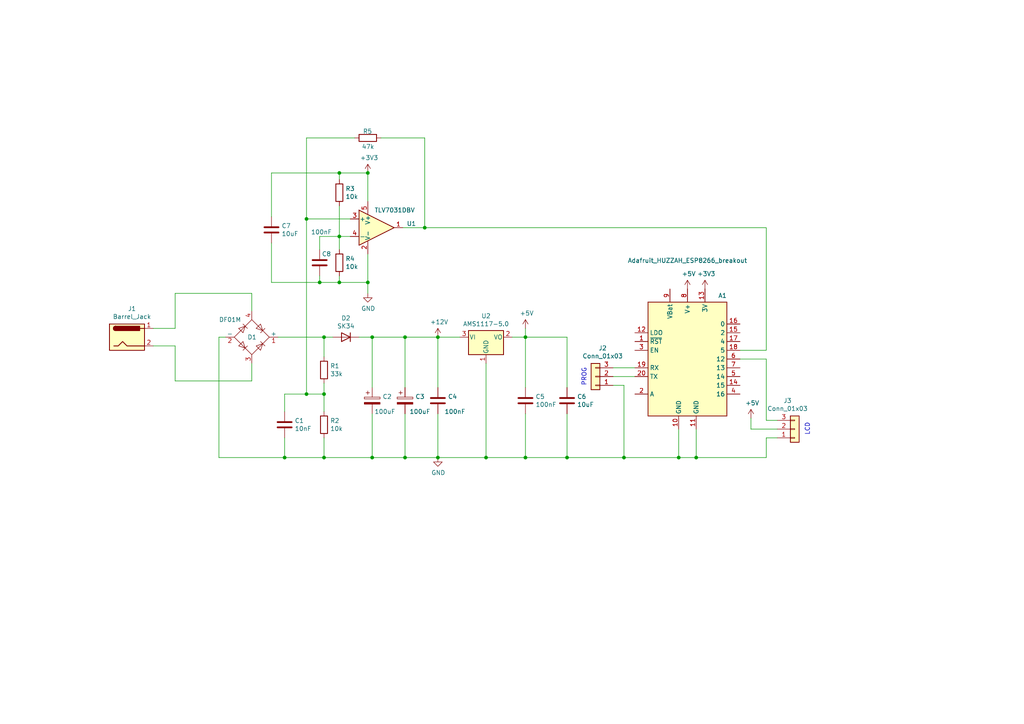
<source format=kicad_sch>
(kicad_sch (version 20211123) (generator eeschema)
  (paper "A4")
  (title_block (title "50 Hz Monitor") (date "2022-01-23") (rev "V1.1") (company "digitalwire.ch"))
  (lib_symbols
    (symbol "Comparator:TLV7031DBV" (pin_names (offset 0.127))
      (property "Reference" "U" (at -1.27 6.35 0))
      (property "Value" "TLV7031DBV" (at -1.27 3.81 0))
      (symbol "TLV7031DBV_0_1"
        (polyline (pts (xy -5.08 5.08) (xy 5.08 0) (xy -5.08 -5.08) (xy -5.08 5.08)) (stroke (width 0.254)) (fill (type background)))
        (pin power_in line (at -2.54 -7.62 90) (length 3.81) (name "V-") (number "2"))
        (pin power_in line (at -2.54 7.62 270) (length 3.81) (name "V+") (number "5"))
      )
      (symbol "TLV7031DBV_1_1"
        (pin output line (at 7.62 0 180) (length 2.54) (name "~") (number "1"))
        (pin input line (at -7.62 2.54 0) (length 2.54) (name "+") (number "3"))
        (pin input line (at -7.62 -2.54 0) (length 2.54) (name "-") (number "4"))
      )
    )
    (symbol "Connector:Barrel_Jack" (pin_names (offset 1.016))
      (property "Reference" "J" (at 0 5.334 0))
      (property "Value" "Barrel_Jack" (at 0 -5.08 0))
      (symbol "Barrel_Jack_0_1"
        (rectangle (start -5.08 3.81) (end 5.08 -3.81) (stroke (width 0.254)) (fill (type background)))
        (arc (start -3.302 3.175) (mid -3.937 2.54) (end -3.302 1.905) (stroke (width 0.254)))
        (arc (start -3.302 3.175) (mid -3.937 2.54) (end -3.302 1.905) (stroke (width 0.254)) (fill (type outline)))
        (polyline (pts (xy 5.08 2.54) (xy 3.81 2.54)) (stroke (width 0.254)))
        (polyline (pts (xy -3.81 -2.54) (xy -2.54 -2.54) (xy -1.27 -1.27) (xy 0 -2.54) (xy 2.54 -2.54) (xy 5.08 -2.54)) (stroke (width 0.254)))
        (rectangle (start 3.683 3.175) (end -3.302 1.905) (stroke (width 0.254)) (fill (type outline)))
      )
      (symbol "Barrel_Jack_1_1"
        (pin passive line (at 7.62 2.54 180) (length 2.54) (name "~") (number "1"))
        (pin passive line (at 7.62 -2.54 180) (length 2.54) (name "~") (number "2"))
      )
    )
    (symbol "Connector_Generic:Conn_01x03" (pin_names (offset 1.016) hide)
      (property "Reference" "J" (at 0 5.08 0))
      (property "Value" "Conn_01x03" (at 0 -5.08 0))
      (symbol "Conn_01x03_1_1"
        (rectangle (start -1.27 -2.413) (end 0 -2.667) (stroke (width 0.1524)))
        (rectangle (start -1.27 0.127) (end 0 -0.127) (stroke (width 0.1524)))
        (rectangle (start -1.27 2.667) (end 0 2.413) (stroke (width 0.1524)))
        (rectangle (start -1.27 3.81) (end 1.27 -3.81) (stroke (width 0.254)) (fill (type background)))
        (pin passive line (at -5.08 2.54 0) (length 3.81) (name "Pin_1") (number "1"))
        (pin passive line (at -5.08 0 0) (length 3.81) (name "Pin_2") (number "2"))
        (pin passive line (at -5.08 -2.54 0) (length 3.81) (name "Pin_3") (number "3"))
      )
    )
    (symbol "Device:C" (pin_numbers hide) (pin_names (offset 0.254))
      (property "Reference" "C" (at 0.635 2.54 0))
      (property "Value" "C" (at 0.635 -2.54 0))
      (symbol "C_0_1"
        (polyline (pts (xy -2.032 -0.762) (xy 2.032 -0.762)) (stroke (width 0.508)))
        (polyline (pts (xy -2.032 0.762) (xy 2.032 0.762)) (stroke (width 0.508)))
      )
      (symbol "C_1_1"
        (pin passive line (at 0 3.81 270) (length 2.794) (name "~") (number "1"))
        (pin passive line (at 0 -3.81 90) (length 2.794) (name "~") (number "2"))
      )
    )
    (symbol "Device:CP" (pin_numbers hide) (pin_names (offset 0.254))
      (property "Reference" "C" (at 0.635 2.54 0))
      (property "Value" "Device_CP" (at 0.635 -2.54 0))
      (symbol "CP_0_1"
        (rectangle (start -2.286 0.508) (end 2.286 1.016))
        (polyline (pts (xy -1.778 2.286) (xy -0.762 2.286)))
        (polyline (pts (xy -1.27 2.794) (xy -1.27 1.778)))
        (rectangle (start 2.286 -0.508) (end -2.286 -1.016) (fill (type outline)))
      )
      (symbol "CP_1_1"
        (pin passive line (at 0 3.81 270) (length 2.794) (name "~") (number "1"))
        (pin passive line (at 0 -3.81 90) (length 2.794) (name "~") (number "2"))
      )
    )
    (symbol "Device:D" (pin_numbers hide) (pin_names (offset 1.016) hide)
      (property "Reference" "D" (at 0 2.54 0))
      (property "Value" "D" (at 0 -2.54 0))
      (symbol "D_0_1"
        (polyline (pts (xy -1.27 1.27) (xy -1.27 -1.27)) (stroke (width 0.254)))
        (polyline (pts (xy 1.27 0) (xy -1.27 0)))
        (polyline (pts (xy 1.27 1.27) (xy 1.27 -1.27) (xy -1.27 0) (xy 1.27 1.27)) (stroke (width 0.254)))
      )
      (symbol "D_1_1"
        (pin passive line (at -3.81 0 0) (length 2.54) (name "K") (number "1"))
        (pin passive line (at 3.81 0 180) (length 2.54) (name "A") (number "2"))
      )
    )
    (symbol "Device:R" (pin_numbers hide) (pin_names (offset 0))
      (property "Reference" "R" (at 2.032 0 90))
      (property "Value" "R" (at 0 0 90))
      (symbol "R_0_1"
        (rectangle (start -1.016 -2.54) (end 1.016 2.54) (stroke (width 0.254)))
      )
      (symbol "R_1_1"
        (pin passive line (at 0 3.81 270) (length 1.27) (name "~") (number "1"))
        (pin passive line (at 0 -3.81 90) (length 1.27) (name "~") (number "2"))
      )
    )
    (symbol "Diode_Bridge:DF01M" (pin_names (offset 0))
      (property "Reference" "D" (at 2.54 6.985 0))
      (property "Value" "DF01M" (at 2.54 5.08 0))
      (symbol "DF01M_0_1"
        (polyline (pts (xy -2.54 3.81) (xy -1.27 2.54)))
        (polyline (pts (xy -1.27 -2.54) (xy -2.54 -3.81)))
        (polyline (pts (xy 2.54 -1.27) (xy 3.81 -2.54)))
        (polyline (pts (xy 2.54 1.27) (xy 3.81 2.54)))
        (polyline (pts (xy -3.81 2.54) (xy -2.54 1.27) (xy -1.905 3.175) (xy -3.81 2.54)))
        (polyline (pts (xy -2.54 -1.27) (xy -3.81 -2.54) (xy -1.905 -3.175) (xy -2.54 -1.27)))
        (polyline (pts (xy 1.27 2.54) (xy 2.54 3.81) (xy 3.175 1.905) (xy 1.27 2.54)))
        (polyline (pts (xy 3.175 -1.905) (xy 1.27 -2.54) (xy 2.54 -3.81) (xy 3.175 -1.905)))
        (polyline (pts (xy -5.08 0) (xy 0 -5.08) (xy 5.08 0) (xy 0 5.08) (xy -5.08 0)))
      )
      (symbol "DF01M_1_1"
        (pin passive line (at 7.62 0 180) (length 2.54) (name "+") (number "1"))
        (pin passive line (at -7.62 0 0) (length 2.54) (name "-") (number "2"))
        (pin passive line (at 0 -7.62 90) (length 2.54) (name "~") (number "3"))
        (pin passive line (at 0 7.62 270) (length 2.54) (name "~") (number "4"))
      )
    )
    (symbol "MCU_Module:Adafruit_HUZZAH_ESP8266_breakout"
      (property "Reference" "A" (at 7.62 19.05 0))
      (property "Value" "Adafruit_HUZZAH_ESP8266_breakout" (at 3.81 -19.05 0))
      (symbol "Adafruit_HUZZAH_ESP8266_breakout_0_1"
        (rectangle (start -11.43 16.51) (end 11.43 -16.51) (stroke (width 0.254)) (fill (type background)))
      )
      (symbol "Adafruit_HUZZAH_ESP8266_breakout_1_1"
        (pin input line (at -15.24 5.08 0) (length 3.81) (name "~{RST}") (number "1"))
        (pin power_in line (at -2.54 -20.32 90) (length 3.81) (name "GND") (number "10"))
        (pin power_in line (at 2.54 -20.32 90) (length 3.81) (name "GND") (number "11"))
        (pin input line (at -15.24 7.62 0) (length 3.81) (name "LDO") (number "12"))
        (pin power_out line (at 5.08 20.32 270) (length 3.81) (name "3V") (number "13"))
        (pin bidirectional line (at 15.24 -7.62 180) (length 3.81) (name "15") (number "14"))
        (pin bidirectional line (at 15.24 7.62 180) (length 3.81) (name "2") (number "15"))
        (pin bidirectional line (at 15.24 10.16 180) (length 3.81) (name "0") (number "16"))
        (pin bidirectional line (at 15.24 5.08 180) (length 3.81) (name "4") (number "17"))
        (pin bidirectional line (at 15.24 2.54 180) (length 3.81) (name "5") (number "18"))
        (pin input line (at -15.24 -2.54 0) (length 3.81) (name "RX") (number "19"))
        (pin input line (at -15.24 -10.16 0) (length 3.81) (name "A") (number "2"))
        (pin output line (at -15.24 -5.08 0) (length 3.81) (name "TX") (number "20"))
        (pin input line (at -15.24 2.54 0) (length 3.81) (name "EN") (number "3"))
        (pin bidirectional line (at 15.24 -10.16 180) (length 3.81) (name "16") (number "4"))
        (pin bidirectional line (at 15.24 -5.08 180) (length 3.81) (name "14") (number "5"))
        (pin bidirectional line (at 15.24 0 180) (length 3.81) (name "12") (number "6"))
        (pin bidirectional line (at 15.24 -2.54 180) (length 3.81) (name "13") (number "7"))
        (pin power_in line (at 0 20.32 270) (length 3.81) (name "V+") (number "8"))
        (pin power_in line (at -5.08 20.32 270) (length 3.81) (name "VBat") (number "9"))
      )
    )
    (symbol "Regulator_Linear:AMS1117-5.0" (pin_names (offset 0.254))
      (property "Reference" "U" (at -3.81 3.175 0))
      (property "Value" "AMS1117-5.0" (at 0 3.175 0))
      (symbol "AMS1117-5.0_0_1"
        (rectangle (start -5.08 -5.08) (end 5.08 1.905) (stroke (width 0.254)) (fill (type background)))
      )
      (symbol "AMS1117-5.0_1_1"
        (pin power_in line (at 0 -7.62 90) (length 2.54) (name "GND") (number "1"))
        (pin power_out line (at 7.62 0 180) (length 2.54) (name "VO") (number "2"))
        (pin power_in line (at -7.62 0 0) (length 2.54) (name "VI") (number "3"))
      )
    )
    (symbol "power:+12V" (power) (pin_names (offset 0))
      (property "Value" "+12V" (at 0 3.556 0))
      (symbol "+12V_0_1"
        (polyline (pts (xy -0.762 1.27) (xy 0 2.54)))
        (polyline (pts (xy 0 0) (xy 0 2.54)))
        (polyline (pts (xy 0 2.54) (xy 0.762 1.27)))
      )
      (symbol "+12V_1_1"
        (pin power_in line (at 0 0 90) (length 0) hide (name "+12V") (number "1"))
      )
    )
    (symbol "power:+3V3" (power) (pin_names (offset 0))
      (property "Value" "+3V3" (at 0 3.556 0))
      (symbol "+3V3_0_1"
        (polyline (pts (xy -0.762 1.27) (xy 0 2.54)))
        (polyline (pts (xy 0 0) (xy 0 2.54)))
        (polyline (pts (xy 0 2.54) (xy 0.762 1.27)))
      )
      (symbol "+3V3_1_1"
        (pin power_in line (at 0 0 90) (length 0) hide (name "+3V3") (number "1"))
      )
    )
    (symbol "power:+5V" (power) (pin_names (offset 0))
      (property "Value" "+5V" (at 0 3.556 0))
      (symbol "+5V_0_1"
        (polyline (pts (xy -0.762 1.27) (xy 0 2.54)))
        (polyline (pts (xy 0 0) (xy 0 2.54)))
        (polyline (pts (xy 0 2.54) (xy 0.762 1.27)))
      )
      (symbol "+5V_1_1"
        (pin power_in line (at 0 0 90) (length 0) hide (name "+5V") (number "1"))
      )
    )
    (symbol "power:GND" (power) (pin_names (offset 0))
      (property "Value" "GND" (at 0 -3.81 0))
      (symbol "GND_0_1"
        (polyline (pts (xy 0 0) (xy 0 -1.27) (xy 1.27 -1.27) (xy 0 -2.54) (xy -1.27 -1.27) (xy 0 -1.27)))
      )
      (symbol "GND_1_1"
        (pin power_in line (at 0 0 270) (length 0) hide (name "GND") (number "1"))
      )
    )
  )
  (junction (at 127 132.715))
  (junction (at 180.975 132.715))
  (junction (at 88.9 63.5))
  (junction (at 164.465 132.715))
  (junction (at 117.475 97.79))
  (junction (at 117.475 132.715))
  (junction (at 92.71 81.915))
  (junction (at 106.68 50.165))
  (junction (at 140.97 132.715))
  (junction (at 98.425 68.58))
  (junction (at 201.93 132.715))
  (junction (at 93.98 132.715))
  (junction (at 123.19 66.04))
  (junction (at 98.425 50.165))
  (junction (at 107.95 97.79))
  (junction (at 127 97.79))
  (junction (at 152.4 97.79))
  (junction (at 196.85 132.715))
  (junction (at 98.425 81.915))
  (junction (at 93.98 114.3))
  (junction (at 107.95 132.715))
  (junction (at 93.98 97.79))
  (junction (at 88.9 114.3))
  (junction (at 106.68 81.915))
  (junction (at 82.55 132.715))
  (junction (at 152.4 132.715))
  (wire (pts (xy 93.98 127) (xy 93.98 132.715)))
  (wire (pts (xy 44.45 95.25) (xy 50.8 95.25)))
  (wire (pts (xy 93.98 97.79) (xy 96.52 97.79)))
  (wire (pts (xy 222.25 66.04) (xy 222.25 101.6)))
  (wire (pts (xy 152.4 97.79) (xy 164.465 97.79)))
  (wire (pts (xy 92.71 81.915) (xy 98.425 81.915)))
  (wire (pts (xy 44.45 100.33) (xy 50.8 100.33)))
  (wire (pts (xy 117.475 132.715) (xy 107.95 132.715)))
  (wire (pts (xy 50.8 100.33) (xy 50.8 110.49)))
  (wire (pts (xy 164.465 120.015) (xy 164.465 132.715)))
  (wire (pts (xy 104.14 97.79) (xy 107.95 97.79)))
  (wire (pts (xy 50.8 95.25) (xy 50.8 85.09)))
  (wire (pts (xy 152.4 112.395) (xy 152.4 97.79)))
  (wire (pts (xy 88.9 63.5) (xy 101.6 63.5)))
  (wire (pts (xy 106.68 49.53) (xy 106.68 50.165)))
  (wire (pts (xy 98.425 50.165) (xy 106.68 50.165)))
  (wire (pts (xy 92.71 68.58) (xy 98.425 68.58)))
  (wire (pts (xy 50.8 110.49) (xy 73.025 110.49)))
  (wire (pts (xy 88.9 40.005) (xy 88.9 63.5)))
  (wire (pts (xy 127 132.715) (xy 140.97 132.715)))
  (wire (pts (xy 98.425 52.07) (xy 98.425 50.165)))
  (wire (pts (xy 123.19 40.005) (xy 110.49 40.005)))
  (wire (pts (xy 117.475 112.395) (xy 117.475 97.79)))
  (wire (pts (xy 93.98 103.505) (xy 93.98 97.79)))
  (wire (pts (xy 201.93 132.715) (xy 222.25 132.715)))
  (wire (pts (xy 78.74 81.915) (xy 92.71 81.915)))
  (wire (pts (xy 93.98 132.715) (xy 82.55 132.715)))
  (wire (pts (xy 82.55 132.715) (xy 63.5 132.715)))
  (wire (pts (xy 82.55 114.3) (xy 82.55 119.38)))
  (wire (pts (xy 196.85 132.715) (xy 201.93 132.715)))
  (wire (pts (xy 127 97.79) (xy 127 112.395)))
  (wire (pts (xy 107.95 97.79) (xy 117.475 97.79)))
  (wire (pts (xy 123.19 66.04) (xy 123.19 40.005)))
  (wire (pts (xy 127 120.015) (xy 127 132.715)))
  (wire (pts (xy 201.93 132.715) (xy 201.93 124.46)))
  (wire (pts (xy 116.84 66.04) (xy 123.19 66.04)))
  (wire (pts (xy 93.98 114.3) (xy 93.98 119.38)))
  (wire (pts (xy 177.8 106.68) (xy 184.15 106.68)))
  (wire (pts (xy 107.95 120.015) (xy 107.95 132.715)))
  (wire (pts (xy 117.475 120.015) (xy 117.475 132.715)))
  (wire (pts (xy 107.95 112.395) (xy 107.95 97.79)))
  (wire (pts (xy 106.68 73.66) (xy 106.68 81.915)))
  (wire (pts (xy 78.74 50.165) (xy 78.74 62.865)))
  (wire (pts (xy 98.425 81.915) (xy 106.68 81.915)))
  (wire (pts (xy 73.025 110.49) (xy 73.025 105.41)))
  (wire (pts (xy 152.4 97.79) (xy 152.4 95.25)))
  (wire (pts (xy 217.805 124.46) (xy 217.805 121.285)))
  (wire (pts (xy 93.98 114.3) (xy 88.9 114.3)))
  (wire (pts (xy 98.425 59.69) (xy 98.425 68.58)))
  (wire (pts (xy 140.97 132.715) (xy 140.97 105.41)))
  (wire (pts (xy 88.9 114.3) (xy 82.55 114.3)))
  (wire (pts (xy 93.98 111.125) (xy 93.98 114.3)))
  (wire (pts (xy 217.805 124.46) (xy 225.425 124.46)))
  (wire (pts (xy 63.5 97.79) (xy 63.5 132.715)))
  (wire (pts (xy 82.55 127) (xy 82.55 132.715)))
  (wire (pts (xy 88.9 114.3) (xy 88.9 63.5)))
  (wire (pts (xy 98.425 72.39) (xy 98.425 68.58)))
  (wire (pts (xy 123.19 66.04) (xy 222.25 66.04)))
  (wire (pts (xy 107.95 132.715) (xy 93.98 132.715)))
  (wire (pts (xy 98.425 68.58) (xy 101.6 68.58)))
  (wire (pts (xy 50.8 85.09) (xy 73.025 85.09)))
  (wire (pts (xy 92.71 80.01) (xy 92.71 81.915)))
  (wire (pts (xy 222.25 132.715) (xy 222.25 127)))
  (wire (pts (xy 152.4 132.715) (xy 164.465 132.715)))
  (wire (pts (xy 152.4 132.715) (xy 152.4 120.015)))
  (wire (pts (xy 180.975 111.76) (xy 180.975 132.715)))
  (wire (pts (xy 98.425 50.165) (xy 78.74 50.165)))
  (wire (pts (xy 180.975 132.715) (xy 196.85 132.715)))
  (wire (pts (xy 102.87 40.005) (xy 88.9 40.005)))
  (wire (pts (xy 148.59 97.79) (xy 152.4 97.79)))
  (wire (pts (xy 222.25 121.92) (xy 225.425 121.92)))
  (wire (pts (xy 127 132.715) (xy 117.475 132.715)))
  (wire (pts (xy 177.8 109.22) (xy 184.15 109.22)))
  (wire (pts (xy 65.405 97.79) (xy 63.5 97.79)))
  (wire (pts (xy 222.25 127) (xy 225.425 127)))
  (wire (pts (xy 133.35 97.79) (xy 127 97.79)))
  (wire (pts (xy 80.645 97.79) (xy 93.98 97.79)))
  (wire (pts (xy 222.25 104.14) (xy 214.63 104.14)))
  (wire (pts (xy 164.465 97.79) (xy 164.465 112.395)))
  (wire (pts (xy 164.465 132.715) (xy 180.975 132.715)))
  (wire (pts (xy 78.74 70.485) (xy 78.74 81.915)))
  (wire (pts (xy 106.68 81.915) (xy 106.68 85.09)))
  (wire (pts (xy 222.25 101.6) (xy 214.63 101.6)))
  (wire (pts (xy 92.71 72.39) (xy 92.71 68.58)))
  (wire (pts (xy 140.97 132.715) (xy 152.4 132.715)))
  (wire (pts (xy 98.425 80.01) (xy 98.425 81.915)))
  (wire (pts (xy 73.025 85.09) (xy 73.025 90.17)))
  (wire (pts (xy 117.475 97.79) (xy 127 97.79)))
  (wire (pts (xy 177.8 111.76) (xy 180.975 111.76)))
  (wire (pts (xy 196.85 124.46) (xy 196.85 132.715)))
  (wire (pts (xy 106.68 50.165) (xy 106.68 58.42)))
  (wire (pts (xy 222.25 121.92) (xy 222.25 104.14)))
  (text "LCD" (at 234.95 126.365 90) (effects (font (size 1.27 1.27)) (justify left bottom)))
  (text "PROG" (at 170.18 106.68 270) (effects (font (size 1.27 1.27)) (justify right bottom)))
  (symbol (lib_id "Diode_Bridge:DF01M") (at 73.025 97.79 0) (unit 1)
    (property "Reference" "D1" (at 71.755 97.79 0) (effects (justify left)))
    (property "Value" "DF01M" (at 63.5 92.71 0) (effects (justify left)))
    (property "Footprint" "Diode_THT:Diode_Bridge_DIP-4_W7.62mm_P5.08mm" (effects hide))
    (property "Datasheet" "http://www.vishay.com/docs/88571/dfm.pdf" (effects hide))
  )
  (symbol (lib_id "Comparator:TLV7031DBV") (at 109.22 66.04 0) (unit 1)
    (property "Reference" "U1" (at 117.9576 64.8716 0) (effects (justify left)))
    (property "Value" "TLV7031DBV" (at 108.585 60.96 0) (effects (justify left)))
    (property "Footprint" "Package_TO_SOT_SMD:SOT-23-5" (effects hide))
    (property "Datasheet" "https://www.ti.com/lit/ds/symlink/tlv7031.pdf" (effects hide))
  )
  (symbol (lib_id "Connector:Barrel_Jack") (at 36.83 97.79 0) (unit 1)
    (property "Reference" "J1" (at 38.2778 89.535 0))
    (property "Value" "Barrel_Jack" (at 38.2778 91.8464 0))
    (property "Footprint" "Connector_BarrelJack:BarrelJack_Horizontal" (effects hide))
  )
  (symbol (lib_id "Device:R") (at 98.425 76.2 0) (unit 1)
    (property "Reference" "R4" (at 100.203 75.0316 0) (effects (justify left)))
    (property "Value" "10k" (at 100.203 77.343 0) (effects (justify left)))
    (property "Footprint" "Resistor_SMD:R_1206_3216Metric_Pad1.30x1.75mm_HandSolder" (effects hide))
  )
  (symbol (lib_id "power:GND") (at 127 132.715 0) (unit 1)
    (property "Reference" "#PWR04" (effects hide))
    (property "Value" "GND" (at 127.127 137.1092 0))
  )
  (symbol (lib_id "Device:C") (at 127 116.205 0) (unit 1)
    (property "Reference" "C4" (at 129.921 115.0366 0) (effects (justify left)))
    (property "Value" "100nF" (at 128.905 119.38 0) (effects (justify left)))
    (property "Footprint" "Capacitor_SMD:C_1206_3216Metric_Pad1.33x1.80mm_HandSolder" (effects hide))
  )
  (symbol (lib_id "Device:CP") (at 107.95 116.205 0) (unit 1)
    (property "Reference" "C2" (at 110.9472 115.0366 0) (effects (justify left)))
    (property "Value" "100uF" (at 108.585 119.38 0) (effects (justify left)))
    (property "Footprint" "Capacitor_THT:CP_Radial_D7.5mm_P2.50mm" (effects hide))
  )
  (symbol (lib_id "Device:D") (at 100.33 97.79 180) (unit 1)
    (property "Reference" "D2" (at 100.33 92.2782 0))
    (property "Value" "SK34" (at 100.33 94.5896 0))
    (property "Footprint" "Diode_SMD:D_SMA_Handsoldering" (effects hide))
  )
  (symbol (lib_id "Device:CP") (at 117.475 116.205 0) (unit 1)
    (property "Reference" "C3" (at 120.4722 115.0366 0) (effects (justify left)))
    (property "Value" "100uF" (at 118.745 119.38 0) (effects (justify left)))
    (property "Footprint" "Capacitor_THT:CP_Radial_D7.5mm_P2.50mm" (effects hide))
  )
  (symbol (lib_id "power:GND") (at 106.68 85.09 0) (unit 1)
    (property "Reference" "#PWR02" (effects hide))
    (property "Value" "GND" (at 106.807 89.4842 0))
  )
  (symbol (lib_id "Device:R") (at 98.425 55.88 0) (unit 1)
    (property "Reference" "R3" (at 100.203 54.7116 0) (effects (justify left)))
    (property "Value" "10k" (at 100.203 57.023 0) (effects (justify left)))
    (property "Footprint" "Resistor_SMD:R_1206_3216Metric_Pad1.30x1.75mm_HandSolder" (effects hide))
  )
  (symbol (lib_id "power:+3V3") (at 106.68 50.165 0) (unit 1)
    (property "Reference" "#PWR01" (effects hide))
    (property "Value" "+3V3" (at 107.061 45.7708 0))
  )
  (symbol (lib_id "Device:R") (at 93.98 107.315 0) (unit 1)
    (property "Reference" "R1" (at 95.758 106.1466 0) (effects (justify left)))
    (property "Value" "33k" (at 95.758 108.458 0) (effects (justify left)))
    (property "Footprint" "Resistor_SMD:R_1206_3216Metric_Pad1.30x1.75mm_HandSolder" (effects hide))
  )
  (symbol (lib_id "Device:R") (at 93.98 123.19 0) (unit 1)
    (property "Reference" "R2" (at 95.758 122.0216 0) (effects (justify left)))
    (property "Value" "10k" (at 95.758 124.333 0) (effects (justify left)))
    (property "Footprint" "Resistor_SMD:R_1206_3216Metric_Pad1.30x1.75mm_HandSolder" (effects hide))
  )
  (symbol (lib_id "Device:R") (at 106.68 40.005 90) (unit 1)
    (property "Reference" "R5" (at 107.95 38.1 90) (effects (justify left)))
    (property "Value" "47k" (at 108.585 42.545 90) (effects (justify left)))
    (property "Footprint" "Resistor_SMD:R_1206_3216Metric_Pad1.30x1.75mm_HandSolder" (effects hide))
  )
  (symbol (lib_id "Device:C") (at 82.55 123.19 0) (unit 1)
    (property "Reference" "C1" (at 85.471 122.0216 0) (effects (justify left)))
    (property "Value" "10nF" (at 85.471 124.333 0) (effects (justify left)))
    (property "Footprint" "Capacitor_SMD:C_1206_3216Metric_Pad1.33x1.80mm_HandSolder" (effects hide))
  )
  (symbol (lib_id "power:+12V") (at 127 97.79 0) (unit 1)
    (property "Reference" "#PWR03" (effects hide))
    (property "Value" "+12V" (at 127.381 93.3958 0))
  )
  (symbol (lib_id "MCU_Module:Adafruit_HUZZAH_ESP8266_breakout") (at 199.39 104.14 0) (unit 1)
    (property "Reference" "A1" (at 209.55 85.725 0))
    (property "Value" "Adafruit_HUZZAH_ESP8266_breakout" (at 199.39 75.565 0))
    (property "Footprint" "Module:Adafruit_HUZZAH_ESP8266_breakout" (effects hide))
    (property "Datasheet" "https://www.adafruit.com/product/2471" (effects hide))
  )
  (symbol (lib_id "Device:C") (at 152.4 116.205 0) (unit 1)
    (property "Reference" "C5" (at 155.321 115.0366 0) (effects (justify left)))
    (property "Value" "100nF" (at 155.321 117.348 0) (effects (justify left)))
    (property "Footprint" "Capacitor_SMD:C_1206_3216Metric_Pad1.33x1.80mm_HandSolder" (effects hide))
  )
  (symbol (lib_id "Regulator_Linear:AMS1117-5.0") (at 140.97 97.79 0) (unit 1)
    (property "Reference" "U2" (at 140.97 91.6432 0))
    (property "Value" "AMS1117-5.0" (at 140.97 93.9546 0))
    (property "Footprint" "Package_TO_SOT_SMD:SOT-223-3_TabPin2" (effects hide))
    (property "Datasheet" "http://www.advanced-monolithic.com/pdf/ds1117.pdf" (effects hide))
  )
  (symbol (lib_id "power:+5V") (at 152.4 95.25 0) (unit 1)
    (property "Reference" "#PWR05" (effects hide))
    (property "Value" "+5V" (at 152.781 90.8558 0))
  )
  (symbol (lib_id "power:+5V") (at 199.39 83.82 0) (unit 1)
    (property "Reference" "#PWR06" (effects hide))
    (property "Value" "+5V" (at 199.771 79.4258 0))
  )
  (symbol (lib_id "Connector_Generic:Conn_01x03") (at 172.72 109.22 180) (unit 1)
    (property "Reference" "J2" (at 174.8028 100.965 0))
    (property "Value" "Conn_01x03" (at 174.8028 103.2764 0))
    (property "Footprint" "Connector_PinHeader_2.54mm:PinHeader_1x03_P2.54mm_Vertical" (effects hide))
  )
  (symbol (lib_id "power:+3V3") (at 204.47 83.82 0) (unit 1)
    (property "Reference" "#PWR07" (effects hide))
    (property "Value" "+3V3" (at 204.851 79.4258 0))
  )
  (symbol (lib_id "Connector_Generic:Conn_01x03") (at 230.505 124.46 0) (mirror x) (unit 1)
    (property "Reference" "J3" (at 228.4222 116.205 0))
    (property "Value" "Conn_01x03" (at 228.4222 118.5164 0))
    (property "Footprint" "Connector_PinHeader_2.54mm:PinHeader_1x03_P2.54mm_Vertical" (effects hide))
  )
  (symbol (lib_id "power:+5V") (at 217.805 121.285 0) (unit 1)
    (property "Reference" "#PWR08" (effects hide))
    (property "Value" "+5V" (at 218.186 116.8908 0))
  )
  (symbol (lib_id "Device:C") (at 92.71 76.2 0) (unit 1)
    (property "Reference" "C8" (at 93.345 73.66 0) (effects (justify left)))
    (property "Value" "100nF" (at 90.17 67.31 0) (effects (justify left)))
    (property "Footprint" "Capacitor_SMD:C_1206_3216Metric_Pad1.33x1.80mm_HandSolder" (effects hide))
  )
  (symbol (lib_id "Device:C") (at 164.465 116.205 0) (unit 1)
    (property "Reference" "C6" (at 167.386 115.0366 0) (effects (justify left)))
    (property "Value" "10uF" (at 167.386 117.348 0) (effects (justify left)))
    (property "Footprint" "Capacitor_SMD:C_1206_3216Metric_Pad1.33x1.80mm_HandSolder" (effects hide))
  )
  (symbol (lib_id "Device:C") (at 78.74 66.675 0) (unit 1)
    (property "Reference" "C7" (at 81.661 65.5066 0) (effects (justify left)))
    (property "Value" "10uF" (at 81.661 67.818 0) (effects (justify left)))
    (property "Footprint" "Capacitor_SMD:C_1206_3216Metric_Pad1.33x1.80mm_HandSolder" (effects hide))
  )
)
</source>
